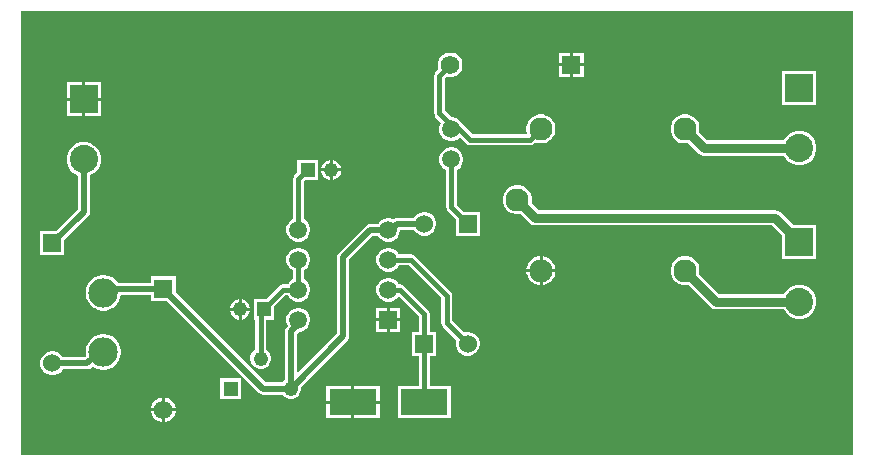
<source format=gtl>
G04*
G04 #@! TF.GenerationSoftware,Altium Limited,Altium Designer,22.9.1 (49)*
G04*
G04 Layer_Physical_Order=1*
G04 Layer_Color=255*
%FSLAX23Y23*%
%MOIN*%
G70*
G04*
G04 #@! TF.SameCoordinates,1D9096F5-09AE-4004-8E61-CDF66F45815B*
G04*
G04*
G04 #@! TF.FilePolarity,Positive*
G04*
G01*
G75*
%ADD10R,0.157X0.085*%
%ADD27C,0.030*%
%ADD28C,0.020*%
%ADD29C,0.010*%
%ADD30C,0.015*%
%ADD31C,0.062*%
%ADD32R,0.062X0.062*%
%ADD33R,0.062X0.062*%
%ADD34C,0.094*%
%ADD35R,0.094X0.094*%
%ADD36C,0.059*%
%ADD37R,0.060X0.060*%
%ADD38C,0.060*%
%ADD39C,0.098*%
%ADD40C,0.048*%
%ADD41R,0.048X0.048*%
%ADD42C,0.049*%
%ADD43R,0.049X0.049*%
%ADD44R,0.059X0.059*%
%ADD45C,0.077*%
G36*
X2825Y50D02*
Y40D01*
X50D01*
Y1520D01*
X2825D01*
Y50D01*
D02*
G37*
%LPC*%
G36*
X1926Y1381D02*
X1890D01*
Y1345D01*
X1926D01*
Y1381D01*
D02*
G37*
G36*
X1880D02*
X1844D01*
Y1345D01*
X1880D01*
Y1381D01*
D02*
G37*
G36*
X1926Y1335D02*
X1890D01*
Y1299D01*
X1926D01*
Y1335D01*
D02*
G37*
G36*
X1880D02*
X1844D01*
Y1299D01*
X1880D01*
Y1335D01*
D02*
G37*
G36*
X1486Y1381D02*
X1476D01*
X1465Y1378D01*
X1456Y1373D01*
X1448Y1365D01*
X1443Y1356D01*
X1440Y1345D01*
Y1335D01*
X1442Y1326D01*
X1432Y1317D01*
X1429Y1311D01*
X1427Y1304D01*
Y1180D01*
X1429Y1173D01*
X1432Y1167D01*
X1452Y1147D01*
X1448Y1140D01*
X1445Y1130D01*
Y1120D01*
X1448Y1110D01*
X1453Y1101D01*
X1461Y1093D01*
X1470Y1088D01*
X1480Y1085D01*
X1490D01*
X1500Y1088D01*
X1509Y1093D01*
X1514Y1099D01*
X1536Y1077D01*
X1536Y1077D01*
X1541Y1074D01*
X1548Y1072D01*
X1548Y1072D01*
X1748D01*
X1754Y1074D01*
X1760Y1077D01*
X1764Y1082D01*
X1765Y1081D01*
X1777Y1078D01*
X1790D01*
X1802Y1081D01*
X1813Y1088D01*
X1822Y1097D01*
X1829Y1108D01*
X1832Y1120D01*
Y1133D01*
X1829Y1145D01*
X1822Y1156D01*
X1813Y1165D01*
X1802Y1171D01*
X1790Y1175D01*
X1777D01*
X1765Y1171D01*
X1754Y1165D01*
X1745Y1156D01*
X1739Y1145D01*
X1735Y1133D01*
Y1120D01*
X1738Y1112D01*
X1735Y1108D01*
X1556D01*
X1520Y1144D01*
X1517Y1149D01*
X1509Y1157D01*
X1500Y1162D01*
X1490Y1165D01*
X1486D01*
X1463Y1187D01*
Y1297D01*
X1467Y1301D01*
X1476Y1299D01*
X1486D01*
X1497Y1302D01*
X1506Y1307D01*
X1514Y1315D01*
X1519Y1324D01*
X1522Y1335D01*
Y1345D01*
X1519Y1356D01*
X1514Y1365D01*
X1506Y1373D01*
X1497Y1378D01*
X1486Y1381D01*
D02*
G37*
G36*
X317Y1282D02*
X265D01*
Y1230D01*
X317D01*
Y1282D01*
D02*
G37*
G36*
X255D02*
X203D01*
Y1230D01*
X255D01*
Y1282D01*
D02*
G37*
G36*
X2702Y1320D02*
X2588D01*
Y1205D01*
X2702D01*
Y1320D01*
D02*
G37*
G36*
X317Y1220D02*
X265D01*
Y1168D01*
X317D01*
Y1220D01*
D02*
G37*
G36*
X255D02*
X203D01*
Y1168D01*
X255D01*
Y1220D01*
D02*
G37*
G36*
X2270Y1175D02*
X2258D01*
X2245Y1171D01*
X2234Y1165D01*
X2225Y1156D01*
X2219Y1145D01*
X2216Y1133D01*
Y1120D01*
X2219Y1108D01*
X2225Y1097D01*
X2234Y1088D01*
X2245Y1081D01*
X2258Y1078D01*
X2270D01*
X2275Y1079D01*
X2310Y1044D01*
X2318Y1039D01*
X2328Y1037D01*
X2594D01*
X2599Y1027D01*
X2610Y1017D01*
X2623Y1009D01*
X2637Y1005D01*
X2653D01*
X2667Y1009D01*
X2680Y1017D01*
X2691Y1027D01*
X2698Y1040D01*
X2702Y1055D01*
Y1070D01*
X2698Y1085D01*
X2691Y1098D01*
X2680Y1108D01*
X2667Y1116D01*
X2653Y1120D01*
X2637D01*
X2623Y1116D01*
X2610Y1108D01*
X2599Y1098D01*
X2594Y1088D01*
X2338D01*
X2311Y1115D01*
X2312Y1120D01*
Y1133D01*
X2309Y1145D01*
X2303Y1156D01*
X2294Y1165D01*
X2283Y1171D01*
X2270Y1175D01*
D02*
G37*
G36*
X1089Y1024D02*
Y995D01*
X1118D01*
X1116Y1003D01*
X1111Y1011D01*
X1105Y1017D01*
X1097Y1021D01*
X1089Y1024D01*
D02*
G37*
G36*
X1079D02*
X1071Y1021D01*
X1064Y1017D01*
X1057Y1011D01*
X1053Y1003D01*
X1051Y995D01*
X1079D01*
Y1024D01*
D02*
G37*
G36*
X1118Y985D02*
X1089D01*
Y956D01*
X1097Y959D01*
X1105Y963D01*
X1111Y969D01*
X1116Y977D01*
X1118Y985D01*
D02*
G37*
G36*
X1079D02*
X1051D01*
X1053Y977D01*
X1057Y969D01*
X1064Y963D01*
X1071Y959D01*
X1079Y956D01*
Y985D01*
D02*
G37*
G36*
X1400Y850D02*
X1390D01*
X1380Y847D01*
X1370Y842D01*
X1363Y835D01*
X1361Y830D01*
X1305D01*
X1298Y829D01*
X1293Y825D01*
X1290Y827D01*
X1280Y830D01*
X1270D01*
X1260Y827D01*
X1251Y822D01*
X1243Y814D01*
X1241Y810D01*
X1215D01*
X1207Y809D01*
X1201Y804D01*
X1111Y714D01*
X1106Y708D01*
X1105Y700D01*
Y445D01*
X975Y315D01*
X970Y317D01*
Y444D01*
X977Y450D01*
X980D01*
X990Y453D01*
X999Y458D01*
X1007Y466D01*
X1012Y475D01*
X1015Y485D01*
Y495D01*
X1012Y505D01*
X1007Y514D01*
X999Y522D01*
X990Y527D01*
X980Y530D01*
X970D01*
X960Y527D01*
X951Y522D01*
X943Y514D01*
X938Y505D01*
X935Y495D01*
Y485D01*
X938Y475D01*
X940Y471D01*
X936Y466D01*
X931Y460D01*
X930Y452D01*
Y290D01*
X929Y289D01*
X922Y283D01*
X922Y282D01*
X866D01*
X566Y582D01*
Y635D01*
X484D01*
Y614D01*
X373D01*
X371Y618D01*
X363Y626D01*
X353Y632D01*
X342Y637D01*
X331Y639D01*
X319D01*
X308Y637D01*
X297Y632D01*
X287Y626D01*
X279Y618D01*
X273Y608D01*
X268Y597D01*
X266Y586D01*
Y574D01*
X268Y563D01*
X273Y552D01*
X279Y542D01*
X287Y534D01*
X297Y528D01*
X308Y523D01*
X319Y521D01*
X331D01*
X342Y523D01*
X353Y528D01*
X363Y534D01*
X371Y542D01*
X377Y552D01*
X382Y563D01*
X384Y574D01*
X484D01*
Y553D01*
X537D01*
X843Y247D01*
X843Y247D01*
X850Y243D01*
X858Y241D01*
X922D01*
X922Y240D01*
X929Y234D01*
X937Y229D01*
X945Y227D01*
X955D01*
X963Y229D01*
X971Y234D01*
X978Y240D01*
X982Y248D01*
X985Y257D01*
Y266D01*
X984Y267D01*
X1139Y422D01*
X1144Y429D01*
X1145Y436D01*
Y692D01*
X1223Y770D01*
X1241D01*
X1243Y766D01*
X1251Y758D01*
X1260Y753D01*
X1270Y750D01*
X1280D01*
X1290Y753D01*
X1299Y758D01*
X1307Y766D01*
X1312Y775D01*
X1315Y785D01*
Y790D01*
X1361D01*
X1363Y785D01*
X1370Y778D01*
X1380Y773D01*
X1390Y770D01*
X1400D01*
X1410Y773D01*
X1420Y778D01*
X1427Y785D01*
X1432Y795D01*
X1435Y805D01*
Y815D01*
X1432Y825D01*
X1427Y835D01*
X1420Y842D01*
X1410Y847D01*
X1400Y850D01*
D02*
G37*
G36*
X1490Y1065D02*
X1480D01*
X1470Y1062D01*
X1461Y1057D01*
X1453Y1049D01*
X1448Y1040D01*
X1445Y1030D01*
Y1020D01*
X1448Y1010D01*
X1453Y1001D01*
X1461Y993D01*
X1467Y990D01*
Y865D01*
X1469Y858D01*
X1472Y852D01*
X1500Y825D01*
Y770D01*
X1580D01*
Y850D01*
X1525D01*
X1503Y872D01*
Y990D01*
X1509Y993D01*
X1517Y1001D01*
X1522Y1010D01*
X1525Y1020D01*
Y1030D01*
X1522Y1040D01*
X1517Y1049D01*
X1509Y1057D01*
X1500Y1062D01*
X1490Y1065D01*
D02*
G37*
G36*
X1039Y1024D02*
X972D01*
Y981D01*
X962Y972D01*
X959Y966D01*
X957Y959D01*
Y825D01*
X951Y822D01*
X943Y814D01*
X938Y805D01*
X935Y795D01*
Y785D01*
X938Y775D01*
X943Y766D01*
X951Y758D01*
X960Y753D01*
X970Y750D01*
X980D01*
X990Y753D01*
X999Y758D01*
X1007Y766D01*
X1012Y775D01*
X1015Y785D01*
Y795D01*
X1012Y805D01*
X1007Y814D01*
X999Y822D01*
X993Y825D01*
Y952D01*
X997Y956D01*
X1039D01*
Y1024D01*
D02*
G37*
G36*
X268Y1082D02*
X252D01*
X238Y1078D01*
X225Y1071D01*
X214Y1060D01*
X207Y1047D01*
X203Y1033D01*
Y1017D01*
X207Y1003D01*
X214Y990D01*
X225Y979D01*
X238Y972D01*
X240Y971D01*
Y858D01*
X166Y785D01*
X115D01*
Y705D01*
X195D01*
Y756D01*
X274Y836D01*
X279Y842D01*
X280Y850D01*
Y971D01*
X282Y972D01*
X295Y979D01*
X306Y990D01*
X313Y1003D01*
X317Y1017D01*
Y1033D01*
X313Y1047D01*
X306Y1060D01*
X295Y1071D01*
X282Y1078D01*
X268Y1082D01*
D02*
G37*
G36*
X1711Y938D02*
X1699D01*
X1686Y935D01*
X1675Y929D01*
X1666Y920D01*
X1660Y909D01*
X1657Y896D01*
Y884D01*
X1660Y871D01*
X1666Y860D01*
X1675Y851D01*
X1686Y845D01*
X1699Y842D01*
X1711D01*
X1716Y843D01*
X1747Y812D01*
X1755Y806D01*
X1765Y805D01*
X2554D01*
X2588Y771D01*
Y693D01*
X2702D01*
Y807D01*
X2624D01*
X2583Y848D01*
X2575Y854D01*
X2565Y855D01*
X1776D01*
X1752Y879D01*
X1753Y884D01*
Y896D01*
X1750Y909D01*
X1744Y920D01*
X1735Y929D01*
X1724Y935D01*
X1711Y938D01*
D02*
G37*
G36*
X1790Y702D02*
X1789D01*
Y659D01*
X1832D01*
Y660D01*
X1829Y672D01*
X1822Y683D01*
X1813Y692D01*
X1802Y699D01*
X1790Y702D01*
D02*
G37*
G36*
X1779D02*
X1777D01*
X1765Y699D01*
X1754Y692D01*
X1745Y683D01*
X1739Y672D01*
X1735Y660D01*
Y659D01*
X1779D01*
Y702D01*
D02*
G37*
G36*
X980Y730D02*
X970D01*
X960Y727D01*
X951Y722D01*
X943Y714D01*
X938Y705D01*
X935Y695D01*
Y685D01*
X938Y675D01*
X943Y666D01*
X951Y658D01*
X957Y655D01*
Y625D01*
X951Y622D01*
X943Y614D01*
X940Y608D01*
X924D01*
X924Y608D01*
X918Y606D01*
X912Y603D01*
X868Y559D01*
X826D01*
Y491D01*
X832D01*
Y391D01*
X829Y389D01*
X822Y383D01*
X818Y375D01*
X815Y366D01*
Y357D01*
X818Y348D01*
X822Y340D01*
X829Y334D01*
X837Y329D01*
X845Y327D01*
X855D01*
X863Y329D01*
X871Y334D01*
X878Y340D01*
X882Y348D01*
X885Y357D01*
Y366D01*
X882Y375D01*
X878Y383D01*
X871Y389D01*
X868Y391D01*
Y491D01*
X893D01*
Y534D01*
X932Y572D01*
X940D01*
X943Y566D01*
X951Y558D01*
X960Y553D01*
X970Y550D01*
X980D01*
X990Y553D01*
X999Y558D01*
X1007Y566D01*
X1012Y575D01*
X1015Y585D01*
Y595D01*
X1012Y605D01*
X1007Y614D01*
X999Y622D01*
X993Y625D01*
Y655D01*
X999Y658D01*
X1007Y666D01*
X1012Y675D01*
X1015Y685D01*
Y695D01*
X1012Y705D01*
X1007Y714D01*
X999Y722D01*
X990Y727D01*
X980Y730D01*
D02*
G37*
G36*
X1832Y649D02*
X1789D01*
Y605D01*
X1790D01*
X1802Y609D01*
X1813Y615D01*
X1822Y624D01*
X1829Y635D01*
X1832Y647D01*
Y649D01*
D02*
G37*
G36*
X1779D02*
X1735D01*
Y647D01*
X1739Y635D01*
X1745Y624D01*
X1754Y615D01*
X1765Y609D01*
X1777Y605D01*
X1779D01*
Y649D01*
D02*
G37*
G36*
X786Y559D02*
Y530D01*
X814D01*
X812Y538D01*
X808Y546D01*
X801Y552D01*
X794Y556D01*
X786Y559D01*
D02*
G37*
G36*
X776Y559D02*
X768Y556D01*
X760Y552D01*
X754Y546D01*
X749Y538D01*
X747Y530D01*
X776D01*
Y559D01*
D02*
G37*
G36*
X1315Y530D02*
X1280D01*
Y495D01*
X1315D01*
Y530D01*
D02*
G37*
G36*
X1270D02*
X1235D01*
Y495D01*
X1270D01*
Y530D01*
D02*
G37*
G36*
X2270Y702D02*
X2258D01*
X2245Y699D01*
X2234Y692D01*
X2225Y683D01*
X2219Y672D01*
X2216Y660D01*
Y647D01*
X2219Y635D01*
X2225Y624D01*
X2234Y615D01*
X2245Y609D01*
X2258Y605D01*
X2270D01*
X2275Y607D01*
X2350Y532D01*
X2358Y526D01*
X2368Y525D01*
X2594D01*
X2599Y515D01*
X2610Y504D01*
X2623Y497D01*
X2637Y493D01*
X2653D01*
X2667Y497D01*
X2680Y504D01*
X2691Y515D01*
X2698Y528D01*
X2702Y542D01*
Y558D01*
X2698Y572D01*
X2691Y585D01*
X2680Y596D01*
X2667Y603D01*
X2653Y607D01*
X2637D01*
X2623Y603D01*
X2610Y596D01*
X2599Y585D01*
X2594Y575D01*
X2378D01*
X2311Y643D01*
X2312Y647D01*
Y660D01*
X2309Y672D01*
X2303Y683D01*
X2294Y692D01*
X2283Y699D01*
X2270Y702D01*
D02*
G37*
G36*
X814Y520D02*
X786D01*
Y491D01*
X794Y494D01*
X801Y498D01*
X808Y504D01*
X812Y512D01*
X814Y520D01*
D02*
G37*
G36*
X776D02*
X747D01*
X749Y512D01*
X754Y504D01*
X760Y498D01*
X768Y494D01*
X776Y491D01*
Y520D01*
D02*
G37*
G36*
X1315Y485D02*
X1280D01*
Y450D01*
X1315D01*
Y485D01*
D02*
G37*
G36*
X1270D02*
X1235D01*
Y450D01*
X1270D01*
Y485D01*
D02*
G37*
G36*
X1280Y730D02*
X1270D01*
X1260Y727D01*
X1251Y722D01*
X1243Y714D01*
X1238Y705D01*
X1235Y695D01*
Y685D01*
X1238Y675D01*
X1243Y666D01*
X1251Y658D01*
X1260Y653D01*
X1270Y650D01*
X1280D01*
X1290Y653D01*
X1299Y658D01*
X1307Y666D01*
X1310Y672D01*
X1343D01*
X1452Y563D01*
Y480D01*
X1454Y473D01*
X1457Y467D01*
X1502Y423D01*
X1500Y415D01*
Y405D01*
X1503Y395D01*
X1508Y385D01*
X1515Y378D01*
X1525Y373D01*
X1535Y370D01*
X1545D01*
X1555Y373D01*
X1565Y378D01*
X1572Y385D01*
X1577Y395D01*
X1580Y405D01*
Y415D01*
X1577Y425D01*
X1572Y435D01*
X1565Y442D01*
X1555Y447D01*
X1545Y450D01*
X1535D01*
X1527Y448D01*
X1488Y487D01*
Y570D01*
X1486Y577D01*
X1483Y583D01*
X1483Y583D01*
X1363Y703D01*
X1357Y706D01*
X1350Y708D01*
X1310D01*
X1307Y714D01*
X1299Y722D01*
X1290Y727D01*
X1280Y730D01*
D02*
G37*
G36*
X331Y442D02*
X319D01*
X308Y440D01*
X297Y436D01*
X287Y429D01*
X279Y421D01*
X273Y411D01*
X268Y400D01*
X266Y389D01*
Y377D01*
X267Y369D01*
X264Y365D01*
X189D01*
X187Y370D01*
X180Y377D01*
X170Y382D01*
X160Y385D01*
X150D01*
X140Y382D01*
X130Y377D01*
X123Y370D01*
X118Y360D01*
X115Y350D01*
Y340D01*
X118Y330D01*
X123Y320D01*
X130Y313D01*
X140Y308D01*
X150Y305D01*
X160D01*
X170Y308D01*
X180Y313D01*
X187Y320D01*
X189Y325D01*
X272D01*
X280Y326D01*
X287Y331D01*
X291Y335D01*
X297Y331D01*
X308Y326D01*
X319Y324D01*
X331D01*
X342Y326D01*
X353Y331D01*
X363Y337D01*
X371Y345D01*
X377Y355D01*
X382Y366D01*
X384Y377D01*
Y389D01*
X382Y400D01*
X377Y411D01*
X371Y421D01*
X363Y429D01*
X353Y436D01*
X342Y440D01*
X331Y442D01*
D02*
G37*
G36*
X785Y296D02*
X715D01*
Y227D01*
X785D01*
Y296D01*
D02*
G37*
G36*
X1246Y268D02*
X1162D01*
Y220D01*
X1246D01*
Y268D01*
D02*
G37*
G36*
X1152D02*
X1068D01*
Y220D01*
X1152D01*
Y268D01*
D02*
G37*
G36*
X530Y231D02*
X530D01*
Y195D01*
X566D01*
Y195D01*
X563Y206D01*
X558Y215D01*
X550Y223D01*
X541Y228D01*
X530Y231D01*
D02*
G37*
G36*
X520D02*
X520D01*
X509Y228D01*
X500Y223D01*
X492Y215D01*
X487Y206D01*
X484Y195D01*
Y195D01*
X520D01*
Y231D01*
D02*
G37*
G36*
X1280Y630D02*
X1270D01*
X1260Y627D01*
X1251Y622D01*
X1243Y614D01*
X1238Y605D01*
X1235Y595D01*
Y585D01*
X1238Y575D01*
X1243Y566D01*
X1251Y558D01*
X1260Y553D01*
X1270Y550D01*
X1280D01*
X1290Y553D01*
X1299Y558D01*
X1307Y566D01*
X1307Y567D01*
X1312Y568D01*
X1377Y503D01*
Y450D01*
X1355D01*
Y370D01*
X1377D01*
Y268D01*
X1306D01*
Y162D01*
X1484D01*
Y268D01*
X1413D01*
Y370D01*
X1435D01*
Y450D01*
X1413D01*
Y510D01*
X1413Y510D01*
X1411Y517D01*
X1408Y523D01*
X1328Y603D01*
X1322Y606D01*
X1315Y608D01*
X1310D01*
X1307Y614D01*
X1299Y622D01*
X1290Y627D01*
X1280Y630D01*
D02*
G37*
G36*
X1246Y210D02*
X1162D01*
Y162D01*
X1246D01*
Y210D01*
D02*
G37*
G36*
X1152D02*
X1068D01*
Y162D01*
X1152D01*
Y210D01*
D02*
G37*
G36*
X566Y185D02*
X530D01*
Y149D01*
X530D01*
X541Y152D01*
X550Y157D01*
X558Y165D01*
X563Y174D01*
X566Y185D01*
Y185D01*
D02*
G37*
G36*
X520D02*
X484D01*
Y185D01*
X487Y174D01*
X492Y165D01*
X500Y157D01*
X509Y152D01*
X520Y149D01*
X520D01*
Y185D01*
D02*
G37*
%LPD*%
D10*
X1157Y215D02*
D03*
X1395D02*
D03*
D27*
X1705Y890D02*
X1765Y830D01*
X2565D02*
X2645Y750D01*
X1765Y830D02*
X2565D01*
X2264Y1126D02*
X2328Y1062D01*
X2645D01*
X2368Y550D02*
X2645D01*
X2264Y654D02*
X2368Y550D01*
D28*
X858Y261D02*
X950D01*
X525Y594D02*
X858Y261D01*
X325Y580D02*
X339Y594D01*
X525D01*
X155Y745D02*
X260Y850D01*
Y1025D01*
X155Y345D02*
X272D01*
X310Y383D01*
X950Y452D02*
X975Y477D01*
X950Y261D02*
Y452D01*
X975Y477D02*
Y490D01*
X1125Y436D02*
Y700D01*
X1215Y790D02*
X1275D01*
X1125Y700D02*
X1215Y790D01*
X1275D02*
X1285D01*
X1305Y810D01*
X1395D01*
X950Y261D02*
X1125Y436D01*
D29*
X310Y383D02*
X325D01*
D30*
X1445Y1304D02*
X1481Y1340D01*
X1445Y1180D02*
X1485Y1140D01*
X1445Y1180D02*
Y1304D01*
X1485Y1140D02*
X1498D01*
X1548Y1090D01*
X1748D02*
X1784Y1126D01*
X1548Y1090D02*
X1748D01*
X1485Y865D02*
Y1040D01*
X1470Y480D02*
Y570D01*
Y480D02*
X1540Y410D01*
X1350Y690D02*
X1470Y570D01*
X1485Y865D02*
X1540Y810D01*
X975Y959D02*
X1006Y990D01*
X975Y790D02*
Y959D01*
X1275Y690D02*
X1350D01*
X1395Y215D02*
Y410D01*
X1275Y590D02*
X1315D01*
X1395Y410D02*
Y510D01*
X1315Y590D02*
X1395Y510D01*
X975Y590D02*
Y690D01*
X850Y361D02*
Y516D01*
X859Y525D01*
X924Y590D02*
X975D01*
X859Y525D02*
X924Y590D01*
X1395Y215D02*
X1415Y235D01*
D31*
X1481Y1340D02*
D03*
X525Y190D02*
D03*
D32*
X1885Y1340D02*
D03*
D33*
X525Y594D02*
D03*
D34*
X2645Y1062D02*
D03*
X260Y1025D02*
D03*
X2645Y550D02*
D03*
D35*
Y1262D02*
D03*
X260Y1225D02*
D03*
X2645Y750D02*
D03*
D36*
X1485Y1025D02*
D03*
Y1125D02*
D03*
X975Y790D02*
D03*
Y690D02*
D03*
Y590D02*
D03*
Y490D02*
D03*
X1275Y790D02*
D03*
Y690D02*
D03*
Y590D02*
D03*
D37*
X1540Y810D02*
D03*
X155Y745D02*
D03*
X1395Y410D02*
D03*
D38*
X1540D02*
D03*
X155Y345D02*
D03*
X1395Y810D02*
D03*
D39*
X325Y580D02*
D03*
Y383D02*
D03*
D40*
X1084Y990D02*
D03*
X781Y525D02*
D03*
D41*
X1006Y990D02*
D03*
X859Y525D02*
D03*
D42*
X950Y261D02*
D03*
X850Y361D02*
D03*
D43*
X750Y261D02*
D03*
D44*
X1275Y490D02*
D03*
D45*
X1784Y1126D02*
D03*
X1705Y890D02*
D03*
X1784Y654D02*
D03*
X2264D02*
D03*
Y1126D02*
D03*
M02*

</source>
